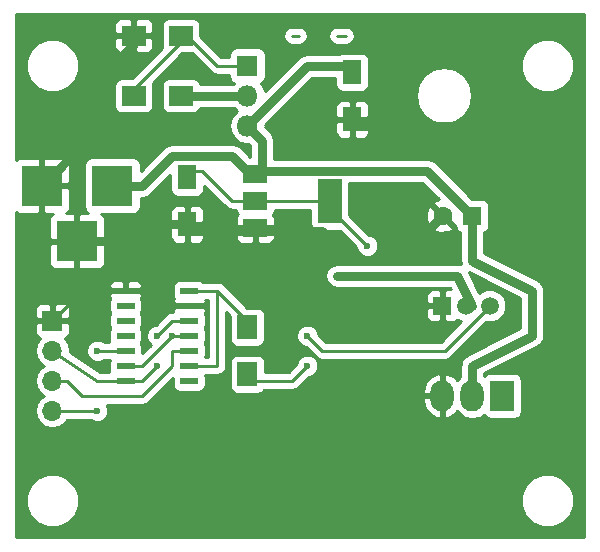
<source format=gbr>
G04 #@! TF.FileFunction,Copper,L2,Bot,Signal*
%FSLAX46Y46*%
G04 Gerber Fmt 4.6, Leading zero omitted, Abs format (unit mm)*
G04 Created by KiCad (PCBNEW 4.0.7) date Tuesday, February 20, 2018 'PMt' 07:47:19 PM*
%MOMM*%
%LPD*%
G01*
G04 APERTURE LIST*
%ADD10C,0.100000*%
%ADD11R,1.600000X2.000000*%
%ADD12R,1.600000X1.600000*%
%ADD13C,1.600000*%
%ADD14R,3.500000X3.500000*%
%ADD15R,1.700000X1.700000*%
%ADD16O,1.700000X1.700000*%
%ADD17R,2.000000X1.700000*%
%ADD18R,1.700000X2.000000*%
%ADD19R,1.800000X1.800000*%
%ADD20O,1.800000X1.800000*%
%ADD21R,1.500000X0.600000*%
%ADD22R,1.500000X1.500000*%
%ADD23C,1.500000*%
%ADD24R,2.000000X2.600000*%
%ADD25O,2.000000X2.600000*%
%ADD26R,2.000000X3.800000*%
%ADD27R,2.000000X1.500000*%
%ADD28C,0.600000*%
%ADD29C,0.250000*%
%ADD30C,0.750000*%
%ADD31C,0.254000*%
G04 APERTURE END LIST*
D10*
D11*
X80010000Y-19590000D03*
X80010000Y-23590000D03*
D12*
X90170000Y-31750000D03*
D13*
X87670000Y-31750000D03*
D11*
X66040000Y-28480000D03*
X66040000Y-32480000D03*
D14*
X59690000Y-29210000D03*
X53690000Y-29210000D03*
X56690000Y-33910000D03*
D15*
X54610000Y-40640000D03*
D16*
X54610000Y-43180000D03*
X54610000Y-45720000D03*
X54610000Y-48260000D03*
D17*
X65500000Y-21590000D03*
X61500000Y-21590000D03*
X65500000Y-16510000D03*
X61500000Y-16510000D03*
D18*
X71120000Y-45180000D03*
X71120000Y-41180000D03*
D19*
X71120000Y-19050000D03*
D20*
X71120000Y-21590000D03*
X71120000Y-24130000D03*
D21*
X60800000Y-45720000D03*
X60800000Y-44450000D03*
X60800000Y-43180000D03*
X60800000Y-41910000D03*
X60800000Y-40640000D03*
X60800000Y-39370000D03*
X60800000Y-38100000D03*
X66200000Y-38100000D03*
X66200000Y-39370000D03*
X66200000Y-40640000D03*
X66200000Y-41910000D03*
X66200000Y-43180000D03*
X66200000Y-44450000D03*
X66200000Y-45720000D03*
D22*
X87630000Y-39370000D03*
D23*
X89630000Y-39370000D03*
X91630000Y-39370000D03*
D24*
X92710000Y-46990000D03*
D25*
X90170000Y-46990000D03*
X87630000Y-46990000D03*
D26*
X78080000Y-30480000D03*
D27*
X71780000Y-30480000D03*
X71780000Y-28180000D03*
X71780000Y-32780000D03*
D28*
X92710000Y-25400000D03*
X76200000Y-44450000D03*
X81280000Y-34290000D03*
X78740000Y-36830000D03*
X58420000Y-43180000D03*
X58420000Y-48260000D03*
X63500000Y-41910000D03*
X63500000Y-44450000D03*
X64770000Y-41910000D03*
X76200000Y-41910000D03*
D29*
X78740000Y-16510000D02*
X79470000Y-16510000D01*
X74930000Y-16510000D02*
X74930000Y-16510000D01*
X74930000Y-16510000D02*
X75470000Y-16510000D01*
D30*
X92710000Y-25400000D02*
X91440000Y-24130000D01*
X91440000Y-24130000D02*
X80010000Y-24130000D01*
X80010000Y-24130000D02*
X80010000Y-23590000D01*
X66040000Y-32480000D02*
X64040000Y-32480000D01*
X62610000Y-33910000D02*
X56690000Y-33910000D01*
X64040000Y-32480000D02*
X62610000Y-33910000D01*
D29*
X60800000Y-38100000D02*
X57150000Y-38100000D01*
X57150000Y-38100000D02*
X54610000Y-40640000D01*
X66200000Y-39370000D02*
X63500000Y-39370000D01*
X63500000Y-38100000D02*
X60800000Y-38100000D01*
X63500000Y-39370000D02*
X63500000Y-38100000D01*
D30*
X61500000Y-16510000D02*
X61500000Y-17240000D01*
X61500000Y-17240000D02*
X58420000Y-20320000D01*
X58420000Y-24480000D02*
X53690000Y-29210000D01*
X58420000Y-20320000D02*
X58420000Y-24480000D01*
D29*
X60800000Y-38100000D02*
X60960000Y-38100000D01*
X57150000Y-34290000D02*
X56690000Y-33910000D01*
X87670000Y-31750000D02*
X87630000Y-31750000D01*
D30*
X87630000Y-31750000D02*
X83820000Y-35560000D01*
X77470000Y-33020000D02*
X72390000Y-33020000D01*
X80010000Y-35560000D02*
X77470000Y-33020000D01*
X83820000Y-35560000D02*
X80010000Y-35560000D01*
D29*
X72390000Y-33020000D02*
X71780000Y-32780000D01*
X61500000Y-16510000D02*
X60960000Y-16510000D01*
X71780000Y-32780000D02*
X72390000Y-33020000D01*
D30*
X72390000Y-33020000D02*
X66040000Y-33020000D01*
D29*
X66040000Y-33020000D02*
X66040000Y-32480000D01*
X66040000Y-32480000D02*
X66040000Y-35560000D01*
X66040000Y-35560000D02*
X64770000Y-36830000D01*
X64770000Y-36830000D02*
X64770000Y-39370000D01*
X64770000Y-39370000D02*
X66200000Y-39370000D01*
X76200000Y-44450000D02*
X74930000Y-45720000D01*
X74930000Y-45720000D02*
X71120000Y-45720000D01*
X71120000Y-45720000D02*
X71120000Y-45180000D01*
X81280000Y-34290000D02*
X77470000Y-30480000D01*
X77470000Y-30480000D02*
X78080000Y-30480000D01*
X71780000Y-30480000D02*
X69850000Y-30480000D01*
X69850000Y-30480000D02*
X67310000Y-27940000D01*
X67310000Y-27940000D02*
X66040000Y-27940000D01*
X66040000Y-27940000D02*
X66040000Y-28480000D01*
X78080000Y-30480000D02*
X71780000Y-30480000D01*
D30*
X78740000Y-36830000D02*
X88900000Y-36830000D01*
X88900000Y-36830000D02*
X90170000Y-39370000D01*
D29*
X90170000Y-39370000D02*
X89630000Y-39370000D01*
D30*
X71120000Y-21590000D02*
X65500000Y-21590000D01*
D29*
X54610000Y-48260000D02*
X58420000Y-48260000D01*
X58420000Y-43180000D02*
X60800000Y-43180000D01*
X66200000Y-43180000D02*
X64770000Y-43180000D01*
X55880000Y-45720000D02*
X54610000Y-45720000D01*
X57150000Y-46990000D02*
X55880000Y-45720000D01*
X62230000Y-46990000D02*
X57150000Y-46990000D01*
X64770000Y-44450000D02*
X62230000Y-46990000D01*
X64770000Y-43180000D02*
X64770000Y-44450000D01*
X60800000Y-45720000D02*
X62230000Y-45720000D01*
X64770000Y-40640000D02*
X66200000Y-40640000D01*
X63500000Y-41910000D02*
X64770000Y-40640000D01*
X62230000Y-45720000D02*
X63500000Y-44450000D01*
X60800000Y-45720000D02*
X60960000Y-45720000D01*
X54610000Y-43180000D02*
X58420000Y-45720000D01*
X58420000Y-45720000D02*
X60800000Y-45720000D01*
X66200000Y-41910000D02*
X64770000Y-41910000D01*
X87820000Y-43180000D02*
X91630000Y-39370000D01*
X77470000Y-43180000D02*
X87820000Y-43180000D01*
X76200000Y-41910000D02*
X77470000Y-43180000D01*
X64770000Y-41910000D02*
X62230000Y-44450000D01*
X62230000Y-44450000D02*
X60800000Y-44450000D01*
X61500000Y-21590000D02*
X60960000Y-21590000D01*
X60960000Y-21590000D02*
X66040000Y-16510000D01*
X66040000Y-16510000D02*
X65500000Y-16510000D01*
X65500000Y-16510000D02*
X66040000Y-16510000D01*
X66040000Y-16510000D02*
X68580000Y-19050000D01*
X68580000Y-19050000D02*
X71120000Y-19050000D01*
X66200000Y-38100000D02*
X66040000Y-38100000D01*
X68580000Y-38100000D02*
X71120000Y-40640000D01*
X71120000Y-40640000D02*
X71120000Y-41180000D01*
X66200000Y-44450000D02*
X68580000Y-44450000D01*
X68580000Y-44450000D02*
X68580000Y-38100000D01*
X68580000Y-38100000D02*
X66200000Y-38100000D01*
D30*
X71120000Y-24130000D02*
X76200000Y-19050000D01*
X76200000Y-19050000D02*
X80010000Y-19050000D01*
X80010000Y-19050000D02*
X80010000Y-19590000D01*
X90170000Y-31750000D02*
X86360000Y-27940000D01*
X86360000Y-27940000D02*
X72390000Y-27940000D01*
D29*
X72390000Y-27940000D02*
X71780000Y-28180000D01*
X71780000Y-28180000D02*
X72390000Y-27940000D01*
X72390000Y-27940000D02*
X71120000Y-27940000D01*
D30*
X71120000Y-27940000D02*
X69850000Y-26670000D01*
X62230000Y-29210000D02*
X59690000Y-29210000D01*
X64770000Y-26670000D02*
X62230000Y-29210000D01*
X69850000Y-26670000D02*
X64770000Y-26670000D01*
X90170000Y-31750000D02*
X90170000Y-35560000D01*
X90170000Y-44450000D02*
X90170000Y-46990000D01*
X95250000Y-41910000D02*
X90170000Y-44450000D01*
X95250000Y-38100000D02*
X95250000Y-41910000D01*
X90170000Y-35560000D02*
X95250000Y-38100000D01*
D29*
X71780000Y-28180000D02*
X72390000Y-27940000D01*
D30*
X72390000Y-27940000D02*
X72390000Y-25400000D01*
X72390000Y-25400000D02*
X71120000Y-24130000D01*
D31*
G36*
X99620000Y-58980000D02*
X51510000Y-58980000D01*
X51510000Y-56322619D01*
X52374613Y-56322619D01*
X52714155Y-57144372D01*
X53342321Y-57773636D01*
X54163481Y-58114611D01*
X55052619Y-58115387D01*
X55874372Y-57775845D01*
X56503636Y-57147679D01*
X56844611Y-56326519D01*
X56844614Y-56322619D01*
X94284613Y-56322619D01*
X94624155Y-57144372D01*
X95252321Y-57773636D01*
X96073481Y-58114611D01*
X96962619Y-58115387D01*
X97784372Y-57775845D01*
X98413636Y-57147679D01*
X98754611Y-56326519D01*
X98755387Y-55437381D01*
X98415845Y-54615628D01*
X97787679Y-53986364D01*
X96966519Y-53645389D01*
X96077381Y-53644613D01*
X95255628Y-53984155D01*
X94626364Y-54612321D01*
X94285389Y-55433481D01*
X94284613Y-56322619D01*
X56844614Y-56322619D01*
X56845387Y-55437381D01*
X56505845Y-54615628D01*
X55877679Y-53986364D01*
X55056519Y-53645389D01*
X54167381Y-53644613D01*
X53345628Y-53984155D01*
X52716364Y-54612321D01*
X52375389Y-55433481D01*
X52374613Y-56322619D01*
X51510000Y-56322619D01*
X51510000Y-43180000D01*
X53095907Y-43180000D01*
X53208946Y-43748285D01*
X53530853Y-44230054D01*
X53860026Y-44450000D01*
X53530853Y-44669946D01*
X53208946Y-45151715D01*
X53095907Y-45720000D01*
X53208946Y-46288285D01*
X53530853Y-46770054D01*
X53860026Y-46990000D01*
X53530853Y-47209946D01*
X53208946Y-47691715D01*
X53095907Y-48260000D01*
X53208946Y-48828285D01*
X53530853Y-49310054D01*
X54012622Y-49631961D01*
X54580907Y-49745000D01*
X54639093Y-49745000D01*
X55207378Y-49631961D01*
X55689147Y-49310054D01*
X55882954Y-49020000D01*
X57857537Y-49020000D01*
X57889673Y-49052192D01*
X58233201Y-49194838D01*
X58605167Y-49195162D01*
X58948943Y-49053117D01*
X59212192Y-48790327D01*
X59354838Y-48446799D01*
X59355162Y-48074833D01*
X59220944Y-47750000D01*
X62230000Y-47750000D01*
X62520839Y-47692148D01*
X62767401Y-47527401D01*
X63177802Y-47117000D01*
X85995000Y-47117000D01*
X85995000Y-47417000D01*
X86168058Y-48033020D01*
X86563683Y-48535922D01*
X87121645Y-48849144D01*
X87249566Y-48880124D01*
X87503000Y-48760777D01*
X87503000Y-47117000D01*
X85995000Y-47117000D01*
X63177802Y-47117000D01*
X64802560Y-45492242D01*
X64802560Y-46020000D01*
X64846838Y-46255317D01*
X64985910Y-46471441D01*
X65198110Y-46616431D01*
X65450000Y-46667440D01*
X66950000Y-46667440D01*
X67185317Y-46623162D01*
X67401441Y-46484090D01*
X67546431Y-46271890D01*
X67597440Y-46020000D01*
X67597440Y-45420000D01*
X67557926Y-45210000D01*
X68580000Y-45210000D01*
X68870839Y-45152148D01*
X69117401Y-44987401D01*
X69282148Y-44740839D01*
X69340000Y-44450000D01*
X69340000Y-44180000D01*
X69622560Y-44180000D01*
X69622560Y-46180000D01*
X69666838Y-46415317D01*
X69805910Y-46631441D01*
X70018110Y-46776431D01*
X70270000Y-46827440D01*
X71970000Y-46827440D01*
X72205317Y-46783162D01*
X72421441Y-46644090D01*
X72476847Y-46563000D01*
X85995000Y-46563000D01*
X85995000Y-46863000D01*
X87503000Y-46863000D01*
X87503000Y-45219223D01*
X87249566Y-45099876D01*
X87121645Y-45130856D01*
X86563683Y-45444078D01*
X86168058Y-45946980D01*
X85995000Y-46563000D01*
X72476847Y-46563000D01*
X72533559Y-46480000D01*
X74930000Y-46480000D01*
X75220839Y-46422148D01*
X75467401Y-46257401D01*
X76339680Y-45385122D01*
X76385167Y-45385162D01*
X76728943Y-45243117D01*
X76992192Y-44980327D01*
X77134838Y-44636799D01*
X77135162Y-44264833D01*
X76993117Y-43921057D01*
X76730327Y-43657808D01*
X76386799Y-43515162D01*
X76014833Y-43514838D01*
X75671057Y-43656883D01*
X75407808Y-43919673D01*
X75265162Y-44263201D01*
X75265121Y-44310077D01*
X74615198Y-44960000D01*
X72617440Y-44960000D01*
X72617440Y-44180000D01*
X72573162Y-43944683D01*
X72434090Y-43728559D01*
X72221890Y-43583569D01*
X71970000Y-43532560D01*
X70270000Y-43532560D01*
X70034683Y-43576838D01*
X69818559Y-43715910D01*
X69673569Y-43928110D01*
X69622560Y-44180000D01*
X69340000Y-44180000D01*
X69340000Y-39934802D01*
X69622560Y-40217362D01*
X69622560Y-42180000D01*
X69666838Y-42415317D01*
X69805910Y-42631441D01*
X70018110Y-42776431D01*
X70270000Y-42827440D01*
X71970000Y-42827440D01*
X72205317Y-42783162D01*
X72421441Y-42644090D01*
X72566431Y-42431890D01*
X72617440Y-42180000D01*
X72617440Y-40180000D01*
X72573162Y-39944683D01*
X72434090Y-39728559D01*
X72327531Y-39655750D01*
X86245000Y-39655750D01*
X86245000Y-40246310D01*
X86341673Y-40479699D01*
X86520302Y-40658327D01*
X86753691Y-40755000D01*
X87344250Y-40755000D01*
X87503000Y-40596250D01*
X87503000Y-39497000D01*
X86403750Y-39497000D01*
X86245000Y-39655750D01*
X72327531Y-39655750D01*
X72221890Y-39583569D01*
X71970000Y-39532560D01*
X71087362Y-39532560D01*
X70048492Y-38493690D01*
X86245000Y-38493690D01*
X86245000Y-39084250D01*
X86403750Y-39243000D01*
X87503000Y-39243000D01*
X87503000Y-38143750D01*
X87344250Y-37985000D01*
X86753691Y-37985000D01*
X86520302Y-38081673D01*
X86341673Y-38260301D01*
X86245000Y-38493690D01*
X70048492Y-38493690D01*
X69117401Y-37562599D01*
X68870839Y-37397852D01*
X68580000Y-37340000D01*
X67401563Y-37340000D01*
X67201890Y-37203569D01*
X66950000Y-37152560D01*
X65450000Y-37152560D01*
X65214683Y-37196838D01*
X64998559Y-37335910D01*
X64853569Y-37548110D01*
X64802560Y-37800000D01*
X64802560Y-38400000D01*
X64846838Y-38635317D01*
X64905178Y-38725980D01*
X64815000Y-38943690D01*
X64815000Y-39084250D01*
X64973750Y-39243000D01*
X66073000Y-39243000D01*
X66073000Y-39223000D01*
X66327000Y-39223000D01*
X66327000Y-39243000D01*
X67426250Y-39243000D01*
X67585000Y-39084250D01*
X67585000Y-38943690D01*
X67550334Y-38860000D01*
X67820000Y-38860000D01*
X67820000Y-43690000D01*
X67554914Y-43690000D01*
X67597440Y-43480000D01*
X67597440Y-42880000D01*
X67553162Y-42644683D01*
X67489322Y-42545472D01*
X67546431Y-42461890D01*
X67597440Y-42210000D01*
X67597440Y-41610000D01*
X67553162Y-41374683D01*
X67489322Y-41275472D01*
X67546431Y-41191890D01*
X67597440Y-40940000D01*
X67597440Y-40340000D01*
X67553162Y-40104683D01*
X67494822Y-40014020D01*
X67585000Y-39796310D01*
X67585000Y-39655750D01*
X67426250Y-39497000D01*
X66327000Y-39497000D01*
X66327000Y-39517000D01*
X66073000Y-39517000D01*
X66073000Y-39497000D01*
X64973750Y-39497000D01*
X64815000Y-39655750D01*
X64815000Y-39796310D01*
X64849666Y-39880000D01*
X64770000Y-39880000D01*
X64479160Y-39937852D01*
X64232599Y-40102599D01*
X63360320Y-40974878D01*
X63314833Y-40974838D01*
X62971057Y-41116883D01*
X62707808Y-41379673D01*
X62565162Y-41723201D01*
X62564838Y-42095167D01*
X62706883Y-42438943D01*
X62936369Y-42668829D01*
X62197440Y-43407758D01*
X62197440Y-42880000D01*
X62153162Y-42644683D01*
X62089322Y-42545472D01*
X62146431Y-42461890D01*
X62197440Y-42210000D01*
X62197440Y-41610000D01*
X62153162Y-41374683D01*
X62089322Y-41275472D01*
X62146431Y-41191890D01*
X62197440Y-40940000D01*
X62197440Y-40340000D01*
X62153162Y-40104683D01*
X62089322Y-40005472D01*
X62146431Y-39921890D01*
X62197440Y-39670000D01*
X62197440Y-39070000D01*
X62153162Y-38834683D01*
X62094822Y-38744020D01*
X62185000Y-38526310D01*
X62185000Y-38385750D01*
X62026250Y-38227000D01*
X60927000Y-38227000D01*
X60927000Y-38247000D01*
X60673000Y-38247000D01*
X60673000Y-38227000D01*
X59573750Y-38227000D01*
X59415000Y-38385750D01*
X59415000Y-38526310D01*
X59504806Y-38743122D01*
X59453569Y-38818110D01*
X59402560Y-39070000D01*
X59402560Y-39670000D01*
X59446838Y-39905317D01*
X59510678Y-40004528D01*
X59453569Y-40088110D01*
X59402560Y-40340000D01*
X59402560Y-40940000D01*
X59446838Y-41175317D01*
X59510678Y-41274528D01*
X59453569Y-41358110D01*
X59402560Y-41610000D01*
X59402560Y-42210000D01*
X59442074Y-42420000D01*
X58982463Y-42420000D01*
X58950327Y-42387808D01*
X58606799Y-42245162D01*
X58234833Y-42244838D01*
X57891057Y-42386883D01*
X57627808Y-42649673D01*
X57485162Y-42993201D01*
X57484838Y-43365167D01*
X57626883Y-43708943D01*
X57889673Y-43972192D01*
X58233201Y-44114838D01*
X58605167Y-44115162D01*
X58948943Y-43973117D01*
X58982118Y-43940000D01*
X59445086Y-43940000D01*
X59402560Y-44150000D01*
X59402560Y-44750000D01*
X59442074Y-44960000D01*
X58650109Y-44960000D01*
X56107235Y-43264751D01*
X56124093Y-43180000D01*
X56011054Y-42611715D01*
X55689147Y-42129946D01*
X55645223Y-42100597D01*
X55819698Y-42028327D01*
X55998327Y-41849699D01*
X56095000Y-41616310D01*
X56095000Y-40925750D01*
X55936250Y-40767000D01*
X54737000Y-40767000D01*
X54737000Y-40787000D01*
X54483000Y-40787000D01*
X54483000Y-40767000D01*
X53283750Y-40767000D01*
X53125000Y-40925750D01*
X53125000Y-41616310D01*
X53221673Y-41849699D01*
X53400302Y-42028327D01*
X53574777Y-42100597D01*
X53530853Y-42129946D01*
X53208946Y-42611715D01*
X53095907Y-43180000D01*
X51510000Y-43180000D01*
X51510000Y-39663690D01*
X53125000Y-39663690D01*
X53125000Y-40354250D01*
X53283750Y-40513000D01*
X54483000Y-40513000D01*
X54483000Y-39313750D01*
X54737000Y-39313750D01*
X54737000Y-40513000D01*
X55936250Y-40513000D01*
X56095000Y-40354250D01*
X56095000Y-39663690D01*
X55998327Y-39430301D01*
X55819698Y-39251673D01*
X55586309Y-39155000D01*
X54895750Y-39155000D01*
X54737000Y-39313750D01*
X54483000Y-39313750D01*
X54324250Y-39155000D01*
X53633691Y-39155000D01*
X53400302Y-39251673D01*
X53221673Y-39430301D01*
X53125000Y-39663690D01*
X51510000Y-39663690D01*
X51510000Y-37673690D01*
X59415000Y-37673690D01*
X59415000Y-37814250D01*
X59573750Y-37973000D01*
X60673000Y-37973000D01*
X60673000Y-37323750D01*
X60927000Y-37323750D01*
X60927000Y-37973000D01*
X62026250Y-37973000D01*
X62185000Y-37814250D01*
X62185000Y-37673690D01*
X62088327Y-37440301D01*
X61909698Y-37261673D01*
X61676309Y-37165000D01*
X61085750Y-37165000D01*
X60927000Y-37323750D01*
X60673000Y-37323750D01*
X60514250Y-37165000D01*
X59923691Y-37165000D01*
X59690302Y-37261673D01*
X59511673Y-37440301D01*
X59415000Y-37673690D01*
X51510000Y-37673690D01*
X51510000Y-34195750D01*
X54305000Y-34195750D01*
X54305000Y-35786310D01*
X54401673Y-36019699D01*
X54580302Y-36198327D01*
X54813691Y-36295000D01*
X56404250Y-36295000D01*
X56563000Y-36136250D01*
X56563000Y-34037000D01*
X56817000Y-34037000D01*
X56817000Y-36136250D01*
X56975750Y-36295000D01*
X58566309Y-36295000D01*
X58799698Y-36198327D01*
X58978327Y-36019699D01*
X59075000Y-35786310D01*
X59075000Y-34195750D01*
X58916250Y-34037000D01*
X56817000Y-34037000D01*
X56563000Y-34037000D01*
X54463750Y-34037000D01*
X54305000Y-34195750D01*
X51510000Y-34195750D01*
X51510000Y-31428025D01*
X51580302Y-31498327D01*
X51813691Y-31595000D01*
X53404250Y-31595000D01*
X53563000Y-31436250D01*
X53563000Y-29337000D01*
X53817000Y-29337000D01*
X53817000Y-31436250D01*
X53975750Y-31595000D01*
X54644696Y-31595000D01*
X54580302Y-31621673D01*
X54401673Y-31800301D01*
X54305000Y-32033690D01*
X54305000Y-33624250D01*
X54463750Y-33783000D01*
X56563000Y-33783000D01*
X56563000Y-31683750D01*
X56817000Y-31683750D01*
X56817000Y-33783000D01*
X58916250Y-33783000D01*
X59075000Y-33624250D01*
X59075000Y-32765750D01*
X64605000Y-32765750D01*
X64605000Y-33606309D01*
X64701673Y-33839698D01*
X64880301Y-34018327D01*
X65113690Y-34115000D01*
X65754250Y-34115000D01*
X65913000Y-33956250D01*
X65913000Y-32607000D01*
X66167000Y-32607000D01*
X66167000Y-33956250D01*
X66325750Y-34115000D01*
X66966310Y-34115000D01*
X67199699Y-34018327D01*
X67378327Y-33839698D01*
X67475000Y-33606309D01*
X67475000Y-33065750D01*
X70145000Y-33065750D01*
X70145000Y-33656310D01*
X70241673Y-33889699D01*
X70420302Y-34068327D01*
X70653691Y-34165000D01*
X71494250Y-34165000D01*
X71653000Y-34006250D01*
X71653000Y-32907000D01*
X71907000Y-32907000D01*
X71907000Y-34006250D01*
X72065750Y-34165000D01*
X72906309Y-34165000D01*
X73139698Y-34068327D01*
X73318327Y-33889699D01*
X73415000Y-33656310D01*
X73415000Y-33065750D01*
X73256250Y-32907000D01*
X71907000Y-32907000D01*
X71653000Y-32907000D01*
X70303750Y-32907000D01*
X70145000Y-33065750D01*
X67475000Y-33065750D01*
X67475000Y-32765750D01*
X67316250Y-32607000D01*
X66167000Y-32607000D01*
X65913000Y-32607000D01*
X64763750Y-32607000D01*
X64605000Y-32765750D01*
X59075000Y-32765750D01*
X59075000Y-32033690D01*
X58978327Y-31800301D01*
X58799698Y-31621673D01*
X58765337Y-31607440D01*
X61440000Y-31607440D01*
X61675317Y-31563162D01*
X61891441Y-31424090D01*
X61939542Y-31353691D01*
X64605000Y-31353691D01*
X64605000Y-32194250D01*
X64763750Y-32353000D01*
X65913000Y-32353000D01*
X65913000Y-31003750D01*
X66167000Y-31003750D01*
X66167000Y-32353000D01*
X67316250Y-32353000D01*
X67475000Y-32194250D01*
X67475000Y-31353691D01*
X67378327Y-31120302D01*
X67199699Y-30941673D01*
X66966310Y-30845000D01*
X66325750Y-30845000D01*
X66167000Y-31003750D01*
X65913000Y-31003750D01*
X65754250Y-30845000D01*
X65113690Y-30845000D01*
X64880301Y-30941673D01*
X64701673Y-31120302D01*
X64605000Y-31353691D01*
X61939542Y-31353691D01*
X62036431Y-31211890D01*
X62087440Y-30960000D01*
X62087440Y-30220000D01*
X62230000Y-30220000D01*
X62616510Y-30143118D01*
X62944178Y-29924178D01*
X64592560Y-28275796D01*
X64592560Y-29480000D01*
X64636838Y-29715317D01*
X64775910Y-29931441D01*
X64988110Y-30076431D01*
X65240000Y-30127440D01*
X66840000Y-30127440D01*
X67075317Y-30083162D01*
X67291441Y-29944090D01*
X67436431Y-29731890D01*
X67487440Y-29480000D01*
X67487440Y-29192242D01*
X69312599Y-31017401D01*
X69559160Y-31182148D01*
X69607414Y-31191746D01*
X69850000Y-31240000D01*
X70134442Y-31240000D01*
X70176838Y-31465317D01*
X70282482Y-31629492D01*
X70241673Y-31670301D01*
X70145000Y-31903690D01*
X70145000Y-32494250D01*
X70303750Y-32653000D01*
X71653000Y-32653000D01*
X71653000Y-32633000D01*
X71907000Y-32633000D01*
X71907000Y-32653000D01*
X73256250Y-32653000D01*
X73415000Y-32494250D01*
X73415000Y-31903690D01*
X73318327Y-31670301D01*
X73276366Y-31628340D01*
X73376431Y-31481890D01*
X73425415Y-31240000D01*
X76432560Y-31240000D01*
X76432560Y-32380000D01*
X76476838Y-32615317D01*
X76615910Y-32831441D01*
X76828110Y-32976431D01*
X77080000Y-33027440D01*
X78942638Y-33027440D01*
X80344878Y-34429680D01*
X80344838Y-34475167D01*
X80486883Y-34818943D01*
X80749673Y-35082192D01*
X81093201Y-35224838D01*
X81465167Y-35225162D01*
X81808943Y-35083117D01*
X82072192Y-34820327D01*
X82214838Y-34476799D01*
X82215162Y-34104833D01*
X82073117Y-33761057D01*
X81810327Y-33497808D01*
X81466799Y-33355162D01*
X81419923Y-33355121D01*
X80822547Y-32757745D01*
X86841861Y-32757745D01*
X86915995Y-33003864D01*
X87453223Y-33196965D01*
X88023454Y-33169778D01*
X88424005Y-33003864D01*
X88498139Y-32757745D01*
X87670000Y-31929605D01*
X86841861Y-32757745D01*
X80822547Y-32757745D01*
X79727440Y-31662638D01*
X79727440Y-31533223D01*
X86223035Y-31533223D01*
X86250222Y-32103454D01*
X86416136Y-32504005D01*
X86662255Y-32578139D01*
X87490395Y-31750000D01*
X86662255Y-30921861D01*
X86416136Y-30995995D01*
X86223035Y-31533223D01*
X79727440Y-31533223D01*
X79727440Y-28950000D01*
X85941644Y-28950000D01*
X87321624Y-30329980D01*
X87316546Y-30330222D01*
X86915995Y-30496136D01*
X86841861Y-30742255D01*
X87670000Y-31570395D01*
X87684142Y-31556252D01*
X87863748Y-31735858D01*
X87849605Y-31750000D01*
X88677745Y-32578139D01*
X88725167Y-32563855D01*
X88766838Y-32785317D01*
X88905910Y-33001441D01*
X89118110Y-33146431D01*
X89160000Y-33154914D01*
X89160000Y-35560000D01*
X89191582Y-35718775D01*
X89210739Y-35870739D01*
X89058775Y-35851582D01*
X88900000Y-35820000D01*
X78740000Y-35820000D01*
X78353490Y-35896882D01*
X78025822Y-36115822D01*
X77806882Y-36443490D01*
X77730000Y-36830000D01*
X77806882Y-37216510D01*
X78025822Y-37544178D01*
X78353490Y-37763118D01*
X78740000Y-37840000D01*
X88275786Y-37840000D01*
X88348286Y-37985000D01*
X87915750Y-37985000D01*
X87757000Y-38143750D01*
X87757000Y-39243000D01*
X87777000Y-39243000D01*
X87777000Y-39497000D01*
X87757000Y-39497000D01*
X87757000Y-40596250D01*
X87915750Y-40755000D01*
X88506309Y-40755000D01*
X88739698Y-40658327D01*
X88851593Y-40546433D01*
X89224091Y-40701107D01*
X87505198Y-42420000D01*
X77784802Y-42420000D01*
X77135122Y-41770320D01*
X77135162Y-41724833D01*
X76993117Y-41381057D01*
X76730327Y-41117808D01*
X76386799Y-40975162D01*
X76014833Y-40974838D01*
X75671057Y-41116883D01*
X75407808Y-41379673D01*
X75265162Y-41723201D01*
X75264838Y-42095167D01*
X75406883Y-42438943D01*
X75669673Y-42702192D01*
X76013201Y-42844838D01*
X76060077Y-42844879D01*
X76932599Y-43717401D01*
X77179160Y-43882148D01*
X77470000Y-43940000D01*
X87820000Y-43940000D01*
X88110839Y-43882148D01*
X88357401Y-43717401D01*
X91329800Y-40745002D01*
X91353298Y-40754759D01*
X91904285Y-40755240D01*
X92413515Y-40544831D01*
X92803461Y-40155564D01*
X93014759Y-39646702D01*
X93015240Y-39095715D01*
X92804831Y-38586485D01*
X92415564Y-38196539D01*
X91906702Y-37985241D01*
X91355715Y-37984760D01*
X90846485Y-38195169D01*
X90756642Y-38284856D01*
X89888428Y-36548428D01*
X94240000Y-38724214D01*
X94240000Y-41285786D01*
X89718314Y-43546629D01*
X89590427Y-43645882D01*
X89455822Y-43735822D01*
X89435660Y-43765997D01*
X89406992Y-43788246D01*
X89326821Y-43928886D01*
X89236882Y-44063490D01*
X89229802Y-44099082D01*
X89211830Y-44130610D01*
X89191582Y-44291225D01*
X89160000Y-44450000D01*
X89160000Y-45398337D01*
X89013880Y-45495971D01*
X88886781Y-45686188D01*
X88696317Y-45444078D01*
X88138355Y-45130856D01*
X88010434Y-45099876D01*
X87757000Y-45219223D01*
X87757000Y-46863000D01*
X87777000Y-46863000D01*
X87777000Y-47117000D01*
X87757000Y-47117000D01*
X87757000Y-48760777D01*
X88010434Y-48880124D01*
X88138355Y-48849144D01*
X88696317Y-48535922D01*
X88886781Y-48293812D01*
X89013880Y-48484029D01*
X89544313Y-48838452D01*
X90170000Y-48962909D01*
X90795687Y-48838452D01*
X91154192Y-48598907D01*
X91245910Y-48741441D01*
X91458110Y-48886431D01*
X91710000Y-48937440D01*
X93710000Y-48937440D01*
X93945317Y-48893162D01*
X94161441Y-48754090D01*
X94306431Y-48541890D01*
X94357440Y-48290000D01*
X94357440Y-45690000D01*
X94313162Y-45454683D01*
X94174090Y-45238559D01*
X93961890Y-45093569D01*
X93710000Y-45042560D01*
X91710000Y-45042560D01*
X91474683Y-45086838D01*
X91258559Y-45225910D01*
X91180000Y-45340885D01*
X91180000Y-45074214D01*
X95701686Y-42813371D01*
X95829569Y-42714120D01*
X95964178Y-42624178D01*
X95984341Y-42594001D01*
X96013008Y-42571753D01*
X96093179Y-42431114D01*
X96183118Y-42296510D01*
X96190197Y-42260920D01*
X96208171Y-42229390D01*
X96228419Y-42068767D01*
X96260000Y-41910000D01*
X96260000Y-38100000D01*
X96228419Y-37941233D01*
X96208171Y-37780610D01*
X96190197Y-37749080D01*
X96183118Y-37713490D01*
X96093179Y-37578886D01*
X96013008Y-37438247D01*
X95984341Y-37415999D01*
X95964178Y-37385822D01*
X95829569Y-37295880D01*
X95701686Y-37196629D01*
X91180000Y-34935786D01*
X91180000Y-33157926D01*
X91205317Y-33153162D01*
X91421441Y-33014090D01*
X91566431Y-32801890D01*
X91617440Y-32550000D01*
X91617440Y-30950000D01*
X91573162Y-30714683D01*
X91434090Y-30498559D01*
X91221890Y-30353569D01*
X90970000Y-30302560D01*
X90150916Y-30302560D01*
X87074178Y-27225822D01*
X86746510Y-27006882D01*
X86360000Y-26930000D01*
X73400000Y-26930000D01*
X73400000Y-25400000D01*
X73323118Y-25013490D01*
X73104178Y-24685822D01*
X72642296Y-24223940D01*
X72655000Y-24160072D01*
X72655000Y-24099928D01*
X72642296Y-24036060D01*
X72802606Y-23875750D01*
X78575000Y-23875750D01*
X78575000Y-24716309D01*
X78671673Y-24949698D01*
X78850301Y-25128327D01*
X79083690Y-25225000D01*
X79724250Y-25225000D01*
X79883000Y-25066250D01*
X79883000Y-23717000D01*
X80137000Y-23717000D01*
X80137000Y-25066250D01*
X80295750Y-25225000D01*
X80936310Y-25225000D01*
X81169699Y-25128327D01*
X81348327Y-24949698D01*
X81445000Y-24716309D01*
X81445000Y-23875750D01*
X81286250Y-23717000D01*
X80137000Y-23717000D01*
X79883000Y-23717000D01*
X78733750Y-23717000D01*
X78575000Y-23875750D01*
X72802606Y-23875750D01*
X74214665Y-22463691D01*
X78575000Y-22463691D01*
X78575000Y-23304250D01*
X78733750Y-23463000D01*
X79883000Y-23463000D01*
X79883000Y-22113750D01*
X80137000Y-22113750D01*
X80137000Y-23463000D01*
X81286250Y-23463000D01*
X81445000Y-23304250D01*
X81445000Y-22463691D01*
X81348327Y-22230302D01*
X81169699Y-22051673D01*
X80936310Y-21955000D01*
X80295750Y-21955000D01*
X80137000Y-22113750D01*
X79883000Y-22113750D01*
X79724250Y-21955000D01*
X79083690Y-21955000D01*
X78850301Y-22051673D01*
X78671673Y-22230302D01*
X78575000Y-22463691D01*
X74214665Y-22463691D01*
X75135081Y-21543275D01*
X85395000Y-21543275D01*
X85395000Y-21636725D01*
X85576547Y-22549425D01*
X86093550Y-23323175D01*
X86867300Y-23840178D01*
X87780000Y-24021725D01*
X88692700Y-23840178D01*
X89466450Y-23323175D01*
X89983453Y-22549425D01*
X90165000Y-21636725D01*
X90165000Y-21543275D01*
X89983453Y-20630575D01*
X89466450Y-19856825D01*
X88921377Y-19492619D01*
X94284613Y-19492619D01*
X94624155Y-20314372D01*
X95252321Y-20943636D01*
X96073481Y-21284611D01*
X96962619Y-21285387D01*
X97784372Y-20945845D01*
X98413636Y-20317679D01*
X98754611Y-19496519D01*
X98755387Y-18607381D01*
X98415845Y-17785628D01*
X97787679Y-17156364D01*
X96966519Y-16815389D01*
X96077381Y-16814613D01*
X95255628Y-17154155D01*
X94626364Y-17782321D01*
X94285389Y-18603481D01*
X94284613Y-19492619D01*
X88921377Y-19492619D01*
X88692700Y-19339822D01*
X87780000Y-19158275D01*
X86867300Y-19339822D01*
X86093550Y-19856825D01*
X85576547Y-20630575D01*
X85395000Y-21543275D01*
X75135081Y-21543275D01*
X76618356Y-20060000D01*
X78562560Y-20060000D01*
X78562560Y-20590000D01*
X78606838Y-20825317D01*
X78745910Y-21041441D01*
X78958110Y-21186431D01*
X79210000Y-21237440D01*
X80810000Y-21237440D01*
X81045317Y-21193162D01*
X81261441Y-21054090D01*
X81406431Y-20841890D01*
X81457440Y-20590000D01*
X81457440Y-18590000D01*
X81413162Y-18354683D01*
X81274090Y-18138559D01*
X81061890Y-17993569D01*
X80810000Y-17942560D01*
X79210000Y-17942560D01*
X78974683Y-17986838D01*
X78892067Y-18040000D01*
X76200000Y-18040000D01*
X75813490Y-18116882D01*
X75485822Y-18335822D01*
X72589750Y-21231894D01*
X72538155Y-20972509D01*
X72257163Y-20551974D01*
X72471441Y-20414090D01*
X72616431Y-20201890D01*
X72667440Y-19950000D01*
X72667440Y-18150000D01*
X72623162Y-17914683D01*
X72484090Y-17698559D01*
X72271890Y-17553569D01*
X72020000Y-17502560D01*
X70220000Y-17502560D01*
X69984683Y-17546838D01*
X69768559Y-17685910D01*
X69623569Y-17898110D01*
X69572560Y-18150000D01*
X69572560Y-18290000D01*
X68894802Y-18290000D01*
X67147440Y-16542638D01*
X67147440Y-16510000D01*
X74170000Y-16510000D01*
X74227852Y-16800839D01*
X74392599Y-17047401D01*
X74639161Y-17212148D01*
X74930000Y-17270000D01*
X75470000Y-17270000D01*
X75760839Y-17212148D01*
X76007401Y-17047401D01*
X76172148Y-16800839D01*
X76230000Y-16510000D01*
X77980000Y-16510000D01*
X78037852Y-16800839D01*
X78202599Y-17047401D01*
X78449161Y-17212148D01*
X78740000Y-17270000D01*
X79470000Y-17270000D01*
X79760839Y-17212148D01*
X80007401Y-17047401D01*
X80172148Y-16800839D01*
X80230000Y-16510000D01*
X80172148Y-16219161D01*
X80007401Y-15972599D01*
X79760839Y-15807852D01*
X79470000Y-15750000D01*
X78740000Y-15750000D01*
X78449161Y-15807852D01*
X78202599Y-15972599D01*
X78037852Y-16219161D01*
X77980000Y-16510000D01*
X76230000Y-16510000D01*
X76172148Y-16219161D01*
X76007401Y-15972599D01*
X75760839Y-15807852D01*
X75470000Y-15750000D01*
X74930000Y-15750000D01*
X74639161Y-15807852D01*
X74392599Y-15972599D01*
X74227852Y-16219161D01*
X74170000Y-16510000D01*
X67147440Y-16510000D01*
X67147440Y-15660000D01*
X67103162Y-15424683D01*
X66964090Y-15208559D01*
X66751890Y-15063569D01*
X66500000Y-15012560D01*
X64500000Y-15012560D01*
X64264683Y-15056838D01*
X64048559Y-15195910D01*
X63903569Y-15408110D01*
X63852560Y-15660000D01*
X63852560Y-17360000D01*
X63894153Y-17581045D01*
X61382638Y-20092560D01*
X60500000Y-20092560D01*
X60264683Y-20136838D01*
X60048559Y-20275910D01*
X59903569Y-20488110D01*
X59852560Y-20740000D01*
X59852560Y-22440000D01*
X59896838Y-22675317D01*
X60035910Y-22891441D01*
X60248110Y-23036431D01*
X60500000Y-23087440D01*
X62500000Y-23087440D01*
X62735317Y-23043162D01*
X62951441Y-22904090D01*
X63096431Y-22691890D01*
X63147440Y-22440000D01*
X63147440Y-20740000D01*
X63105847Y-20518955D01*
X65617362Y-18007440D01*
X66462638Y-18007440D01*
X68042599Y-19587401D01*
X68289160Y-19752148D01*
X68337414Y-19761746D01*
X68580000Y-19810000D01*
X69572560Y-19810000D01*
X69572560Y-19950000D01*
X69616838Y-20185317D01*
X69755910Y-20401441D01*
X69968110Y-20546431D01*
X69984344Y-20549719D01*
X69964111Y-20580000D01*
X67117334Y-20580000D01*
X67103162Y-20504683D01*
X66964090Y-20288559D01*
X66751890Y-20143569D01*
X66500000Y-20092560D01*
X64500000Y-20092560D01*
X64264683Y-20136838D01*
X64048559Y-20275910D01*
X63903569Y-20488110D01*
X63852560Y-20740000D01*
X63852560Y-22440000D01*
X63896838Y-22675317D01*
X64035910Y-22891441D01*
X64248110Y-23036431D01*
X64500000Y-23087440D01*
X66500000Y-23087440D01*
X66735317Y-23043162D01*
X66951441Y-22904090D01*
X67096431Y-22691890D01*
X67115039Y-22600000D01*
X69964111Y-22600000D01*
X70034591Y-22705481D01*
X70265845Y-22860000D01*
X70034591Y-23014519D01*
X69701845Y-23512509D01*
X69585000Y-24099928D01*
X69585000Y-24160072D01*
X69701845Y-24747491D01*
X70034591Y-25245481D01*
X70532581Y-25578227D01*
X71120000Y-25695072D01*
X71234033Y-25672389D01*
X71380000Y-25818356D01*
X71380000Y-26771644D01*
X70564178Y-25955822D01*
X70236510Y-25736882D01*
X69850000Y-25660000D01*
X64770000Y-25660000D01*
X64383489Y-25736882D01*
X64055822Y-25955822D01*
X62087440Y-27924204D01*
X62087440Y-27460000D01*
X62043162Y-27224683D01*
X61904090Y-27008559D01*
X61691890Y-26863569D01*
X61440000Y-26812560D01*
X57940000Y-26812560D01*
X57704683Y-26856838D01*
X57488559Y-26995910D01*
X57343569Y-27208110D01*
X57292560Y-27460000D01*
X57292560Y-30960000D01*
X57336838Y-31195317D01*
X57475910Y-31411441D01*
X57642109Y-31525000D01*
X56975750Y-31525000D01*
X56817000Y-31683750D01*
X56563000Y-31683750D01*
X56404250Y-31525000D01*
X55735304Y-31525000D01*
X55799698Y-31498327D01*
X55978327Y-31319699D01*
X56075000Y-31086310D01*
X56075000Y-29495750D01*
X55916250Y-29337000D01*
X53817000Y-29337000D01*
X53563000Y-29337000D01*
X53543000Y-29337000D01*
X53543000Y-29083000D01*
X53563000Y-29083000D01*
X53563000Y-26983750D01*
X53817000Y-26983750D01*
X53817000Y-29083000D01*
X55916250Y-29083000D01*
X56075000Y-28924250D01*
X56075000Y-27333690D01*
X55978327Y-27100301D01*
X55799698Y-26921673D01*
X55566309Y-26825000D01*
X53975750Y-26825000D01*
X53817000Y-26983750D01*
X53563000Y-26983750D01*
X53404250Y-26825000D01*
X51813691Y-26825000D01*
X51580302Y-26921673D01*
X51510000Y-26991975D01*
X51510000Y-19492619D01*
X52374613Y-19492619D01*
X52714155Y-20314372D01*
X53342321Y-20943636D01*
X54163481Y-21284611D01*
X55052619Y-21285387D01*
X55874372Y-20945845D01*
X56503636Y-20317679D01*
X56844611Y-19496519D01*
X56845387Y-18607381D01*
X56505845Y-17785628D01*
X55877679Y-17156364D01*
X55056519Y-16815389D01*
X54167381Y-16814613D01*
X53345628Y-17154155D01*
X52716364Y-17782321D01*
X52375389Y-18603481D01*
X52374613Y-19492619D01*
X51510000Y-19492619D01*
X51510000Y-16795750D01*
X59865000Y-16795750D01*
X59865000Y-17486310D01*
X59961673Y-17719699D01*
X60140302Y-17898327D01*
X60373691Y-17995000D01*
X61214250Y-17995000D01*
X61373000Y-17836250D01*
X61373000Y-16637000D01*
X61627000Y-16637000D01*
X61627000Y-17836250D01*
X61785750Y-17995000D01*
X62626309Y-17995000D01*
X62859698Y-17898327D01*
X63038327Y-17719699D01*
X63135000Y-17486310D01*
X63135000Y-16795750D01*
X62976250Y-16637000D01*
X61627000Y-16637000D01*
X61373000Y-16637000D01*
X60023750Y-16637000D01*
X59865000Y-16795750D01*
X51510000Y-16795750D01*
X51510000Y-15533690D01*
X59865000Y-15533690D01*
X59865000Y-16224250D01*
X60023750Y-16383000D01*
X61373000Y-16383000D01*
X61373000Y-15183750D01*
X61627000Y-15183750D01*
X61627000Y-16383000D01*
X62976250Y-16383000D01*
X63135000Y-16224250D01*
X63135000Y-15533690D01*
X63038327Y-15300301D01*
X62859698Y-15121673D01*
X62626309Y-15025000D01*
X61785750Y-15025000D01*
X61627000Y-15183750D01*
X61373000Y-15183750D01*
X61214250Y-15025000D01*
X60373691Y-15025000D01*
X60140302Y-15121673D01*
X59961673Y-15300301D01*
X59865000Y-15533690D01*
X51510000Y-15533690D01*
X51510000Y-14680000D01*
X99620000Y-14680000D01*
X99620000Y-58980000D01*
X99620000Y-58980000D01*
G37*
X99620000Y-58980000D02*
X51510000Y-58980000D01*
X51510000Y-56322619D01*
X52374613Y-56322619D01*
X52714155Y-57144372D01*
X53342321Y-57773636D01*
X54163481Y-58114611D01*
X55052619Y-58115387D01*
X55874372Y-57775845D01*
X56503636Y-57147679D01*
X56844611Y-56326519D01*
X56844614Y-56322619D01*
X94284613Y-56322619D01*
X94624155Y-57144372D01*
X95252321Y-57773636D01*
X96073481Y-58114611D01*
X96962619Y-58115387D01*
X97784372Y-57775845D01*
X98413636Y-57147679D01*
X98754611Y-56326519D01*
X98755387Y-55437381D01*
X98415845Y-54615628D01*
X97787679Y-53986364D01*
X96966519Y-53645389D01*
X96077381Y-53644613D01*
X95255628Y-53984155D01*
X94626364Y-54612321D01*
X94285389Y-55433481D01*
X94284613Y-56322619D01*
X56844614Y-56322619D01*
X56845387Y-55437381D01*
X56505845Y-54615628D01*
X55877679Y-53986364D01*
X55056519Y-53645389D01*
X54167381Y-53644613D01*
X53345628Y-53984155D01*
X52716364Y-54612321D01*
X52375389Y-55433481D01*
X52374613Y-56322619D01*
X51510000Y-56322619D01*
X51510000Y-43180000D01*
X53095907Y-43180000D01*
X53208946Y-43748285D01*
X53530853Y-44230054D01*
X53860026Y-44450000D01*
X53530853Y-44669946D01*
X53208946Y-45151715D01*
X53095907Y-45720000D01*
X53208946Y-46288285D01*
X53530853Y-46770054D01*
X53860026Y-46990000D01*
X53530853Y-47209946D01*
X53208946Y-47691715D01*
X53095907Y-48260000D01*
X53208946Y-48828285D01*
X53530853Y-49310054D01*
X54012622Y-49631961D01*
X54580907Y-49745000D01*
X54639093Y-49745000D01*
X55207378Y-49631961D01*
X55689147Y-49310054D01*
X55882954Y-49020000D01*
X57857537Y-49020000D01*
X57889673Y-49052192D01*
X58233201Y-49194838D01*
X58605167Y-49195162D01*
X58948943Y-49053117D01*
X59212192Y-48790327D01*
X59354838Y-48446799D01*
X59355162Y-48074833D01*
X59220944Y-47750000D01*
X62230000Y-47750000D01*
X62520839Y-47692148D01*
X62767401Y-47527401D01*
X63177802Y-47117000D01*
X85995000Y-47117000D01*
X85995000Y-47417000D01*
X86168058Y-48033020D01*
X86563683Y-48535922D01*
X87121645Y-48849144D01*
X87249566Y-48880124D01*
X87503000Y-48760777D01*
X87503000Y-47117000D01*
X85995000Y-47117000D01*
X63177802Y-47117000D01*
X64802560Y-45492242D01*
X64802560Y-46020000D01*
X64846838Y-46255317D01*
X64985910Y-46471441D01*
X65198110Y-46616431D01*
X65450000Y-46667440D01*
X66950000Y-46667440D01*
X67185317Y-46623162D01*
X67401441Y-46484090D01*
X67546431Y-46271890D01*
X67597440Y-46020000D01*
X67597440Y-45420000D01*
X67557926Y-45210000D01*
X68580000Y-45210000D01*
X68870839Y-45152148D01*
X69117401Y-44987401D01*
X69282148Y-44740839D01*
X69340000Y-44450000D01*
X69340000Y-44180000D01*
X69622560Y-44180000D01*
X69622560Y-46180000D01*
X69666838Y-46415317D01*
X69805910Y-46631441D01*
X70018110Y-46776431D01*
X70270000Y-46827440D01*
X71970000Y-46827440D01*
X72205317Y-46783162D01*
X72421441Y-46644090D01*
X72476847Y-46563000D01*
X85995000Y-46563000D01*
X85995000Y-46863000D01*
X87503000Y-46863000D01*
X87503000Y-45219223D01*
X87249566Y-45099876D01*
X87121645Y-45130856D01*
X86563683Y-45444078D01*
X86168058Y-45946980D01*
X85995000Y-46563000D01*
X72476847Y-46563000D01*
X72533559Y-46480000D01*
X74930000Y-46480000D01*
X75220839Y-46422148D01*
X75467401Y-46257401D01*
X76339680Y-45385122D01*
X76385167Y-45385162D01*
X76728943Y-45243117D01*
X76992192Y-44980327D01*
X77134838Y-44636799D01*
X77135162Y-44264833D01*
X76993117Y-43921057D01*
X76730327Y-43657808D01*
X76386799Y-43515162D01*
X76014833Y-43514838D01*
X75671057Y-43656883D01*
X75407808Y-43919673D01*
X75265162Y-44263201D01*
X75265121Y-44310077D01*
X74615198Y-44960000D01*
X72617440Y-44960000D01*
X72617440Y-44180000D01*
X72573162Y-43944683D01*
X72434090Y-43728559D01*
X72221890Y-43583569D01*
X71970000Y-43532560D01*
X70270000Y-43532560D01*
X70034683Y-43576838D01*
X69818559Y-43715910D01*
X69673569Y-43928110D01*
X69622560Y-44180000D01*
X69340000Y-44180000D01*
X69340000Y-39934802D01*
X69622560Y-40217362D01*
X69622560Y-42180000D01*
X69666838Y-42415317D01*
X69805910Y-42631441D01*
X70018110Y-42776431D01*
X70270000Y-42827440D01*
X71970000Y-42827440D01*
X72205317Y-42783162D01*
X72421441Y-42644090D01*
X72566431Y-42431890D01*
X72617440Y-42180000D01*
X72617440Y-40180000D01*
X72573162Y-39944683D01*
X72434090Y-39728559D01*
X72327531Y-39655750D01*
X86245000Y-39655750D01*
X86245000Y-40246310D01*
X86341673Y-40479699D01*
X86520302Y-40658327D01*
X86753691Y-40755000D01*
X87344250Y-40755000D01*
X87503000Y-40596250D01*
X87503000Y-39497000D01*
X86403750Y-39497000D01*
X86245000Y-39655750D01*
X72327531Y-39655750D01*
X72221890Y-39583569D01*
X71970000Y-39532560D01*
X71087362Y-39532560D01*
X70048492Y-38493690D01*
X86245000Y-38493690D01*
X86245000Y-39084250D01*
X86403750Y-39243000D01*
X87503000Y-39243000D01*
X87503000Y-38143750D01*
X87344250Y-37985000D01*
X86753691Y-37985000D01*
X86520302Y-38081673D01*
X86341673Y-38260301D01*
X86245000Y-38493690D01*
X70048492Y-38493690D01*
X69117401Y-37562599D01*
X68870839Y-37397852D01*
X68580000Y-37340000D01*
X67401563Y-37340000D01*
X67201890Y-37203569D01*
X66950000Y-37152560D01*
X65450000Y-37152560D01*
X65214683Y-37196838D01*
X64998559Y-37335910D01*
X64853569Y-37548110D01*
X64802560Y-37800000D01*
X64802560Y-38400000D01*
X64846838Y-38635317D01*
X64905178Y-38725980D01*
X64815000Y-38943690D01*
X64815000Y-39084250D01*
X64973750Y-39243000D01*
X66073000Y-39243000D01*
X66073000Y-39223000D01*
X66327000Y-39223000D01*
X66327000Y-39243000D01*
X67426250Y-39243000D01*
X67585000Y-39084250D01*
X67585000Y-38943690D01*
X67550334Y-38860000D01*
X67820000Y-38860000D01*
X67820000Y-43690000D01*
X67554914Y-43690000D01*
X67597440Y-43480000D01*
X67597440Y-42880000D01*
X67553162Y-42644683D01*
X67489322Y-42545472D01*
X67546431Y-42461890D01*
X67597440Y-42210000D01*
X67597440Y-41610000D01*
X67553162Y-41374683D01*
X67489322Y-41275472D01*
X67546431Y-41191890D01*
X67597440Y-40940000D01*
X67597440Y-40340000D01*
X67553162Y-40104683D01*
X67494822Y-40014020D01*
X67585000Y-39796310D01*
X67585000Y-39655750D01*
X67426250Y-39497000D01*
X66327000Y-39497000D01*
X66327000Y-39517000D01*
X66073000Y-39517000D01*
X66073000Y-39497000D01*
X64973750Y-39497000D01*
X64815000Y-39655750D01*
X64815000Y-39796310D01*
X64849666Y-39880000D01*
X64770000Y-39880000D01*
X64479160Y-39937852D01*
X64232599Y-40102599D01*
X63360320Y-40974878D01*
X63314833Y-40974838D01*
X62971057Y-41116883D01*
X62707808Y-41379673D01*
X62565162Y-41723201D01*
X62564838Y-42095167D01*
X62706883Y-42438943D01*
X62936369Y-42668829D01*
X62197440Y-43407758D01*
X62197440Y-42880000D01*
X62153162Y-42644683D01*
X62089322Y-42545472D01*
X62146431Y-42461890D01*
X62197440Y-42210000D01*
X62197440Y-41610000D01*
X62153162Y-41374683D01*
X62089322Y-41275472D01*
X62146431Y-41191890D01*
X62197440Y-40940000D01*
X62197440Y-40340000D01*
X62153162Y-40104683D01*
X62089322Y-40005472D01*
X62146431Y-39921890D01*
X62197440Y-39670000D01*
X62197440Y-39070000D01*
X62153162Y-38834683D01*
X62094822Y-38744020D01*
X62185000Y-38526310D01*
X62185000Y-38385750D01*
X62026250Y-38227000D01*
X60927000Y-38227000D01*
X60927000Y-38247000D01*
X60673000Y-38247000D01*
X60673000Y-38227000D01*
X59573750Y-38227000D01*
X59415000Y-38385750D01*
X59415000Y-38526310D01*
X59504806Y-38743122D01*
X59453569Y-38818110D01*
X59402560Y-39070000D01*
X59402560Y-39670000D01*
X59446838Y-39905317D01*
X59510678Y-40004528D01*
X59453569Y-40088110D01*
X59402560Y-40340000D01*
X59402560Y-40940000D01*
X59446838Y-41175317D01*
X59510678Y-41274528D01*
X59453569Y-41358110D01*
X59402560Y-41610000D01*
X59402560Y-42210000D01*
X59442074Y-42420000D01*
X58982463Y-42420000D01*
X58950327Y-42387808D01*
X58606799Y-42245162D01*
X58234833Y-42244838D01*
X57891057Y-42386883D01*
X57627808Y-42649673D01*
X57485162Y-42993201D01*
X57484838Y-43365167D01*
X57626883Y-43708943D01*
X57889673Y-43972192D01*
X58233201Y-44114838D01*
X58605167Y-44115162D01*
X58948943Y-43973117D01*
X58982118Y-43940000D01*
X59445086Y-43940000D01*
X59402560Y-44150000D01*
X59402560Y-44750000D01*
X59442074Y-44960000D01*
X58650109Y-44960000D01*
X56107235Y-43264751D01*
X56124093Y-43180000D01*
X56011054Y-42611715D01*
X55689147Y-42129946D01*
X55645223Y-42100597D01*
X55819698Y-42028327D01*
X55998327Y-41849699D01*
X56095000Y-41616310D01*
X56095000Y-40925750D01*
X55936250Y-40767000D01*
X54737000Y-40767000D01*
X54737000Y-40787000D01*
X54483000Y-40787000D01*
X54483000Y-40767000D01*
X53283750Y-40767000D01*
X53125000Y-40925750D01*
X53125000Y-41616310D01*
X53221673Y-41849699D01*
X53400302Y-42028327D01*
X53574777Y-42100597D01*
X53530853Y-42129946D01*
X53208946Y-42611715D01*
X53095907Y-43180000D01*
X51510000Y-43180000D01*
X51510000Y-39663690D01*
X53125000Y-39663690D01*
X53125000Y-40354250D01*
X53283750Y-40513000D01*
X54483000Y-40513000D01*
X54483000Y-39313750D01*
X54737000Y-39313750D01*
X54737000Y-40513000D01*
X55936250Y-40513000D01*
X56095000Y-40354250D01*
X56095000Y-39663690D01*
X55998327Y-39430301D01*
X55819698Y-39251673D01*
X55586309Y-39155000D01*
X54895750Y-39155000D01*
X54737000Y-39313750D01*
X54483000Y-39313750D01*
X54324250Y-39155000D01*
X53633691Y-39155000D01*
X53400302Y-39251673D01*
X53221673Y-39430301D01*
X53125000Y-39663690D01*
X51510000Y-39663690D01*
X51510000Y-37673690D01*
X59415000Y-37673690D01*
X59415000Y-37814250D01*
X59573750Y-37973000D01*
X60673000Y-37973000D01*
X60673000Y-37323750D01*
X60927000Y-37323750D01*
X60927000Y-37973000D01*
X62026250Y-37973000D01*
X62185000Y-37814250D01*
X62185000Y-37673690D01*
X62088327Y-37440301D01*
X61909698Y-37261673D01*
X61676309Y-37165000D01*
X61085750Y-37165000D01*
X60927000Y-37323750D01*
X60673000Y-37323750D01*
X60514250Y-37165000D01*
X59923691Y-37165000D01*
X59690302Y-37261673D01*
X59511673Y-37440301D01*
X59415000Y-37673690D01*
X51510000Y-37673690D01*
X51510000Y-34195750D01*
X54305000Y-34195750D01*
X54305000Y-35786310D01*
X54401673Y-36019699D01*
X54580302Y-36198327D01*
X54813691Y-36295000D01*
X56404250Y-36295000D01*
X56563000Y-36136250D01*
X56563000Y-34037000D01*
X56817000Y-34037000D01*
X56817000Y-36136250D01*
X56975750Y-36295000D01*
X58566309Y-36295000D01*
X58799698Y-36198327D01*
X58978327Y-36019699D01*
X59075000Y-35786310D01*
X59075000Y-34195750D01*
X58916250Y-34037000D01*
X56817000Y-34037000D01*
X56563000Y-34037000D01*
X54463750Y-34037000D01*
X54305000Y-34195750D01*
X51510000Y-34195750D01*
X51510000Y-31428025D01*
X51580302Y-31498327D01*
X51813691Y-31595000D01*
X53404250Y-31595000D01*
X53563000Y-31436250D01*
X53563000Y-29337000D01*
X53817000Y-29337000D01*
X53817000Y-31436250D01*
X53975750Y-31595000D01*
X54644696Y-31595000D01*
X54580302Y-31621673D01*
X54401673Y-31800301D01*
X54305000Y-32033690D01*
X54305000Y-33624250D01*
X54463750Y-33783000D01*
X56563000Y-33783000D01*
X56563000Y-31683750D01*
X56817000Y-31683750D01*
X56817000Y-33783000D01*
X58916250Y-33783000D01*
X59075000Y-33624250D01*
X59075000Y-32765750D01*
X64605000Y-32765750D01*
X64605000Y-33606309D01*
X64701673Y-33839698D01*
X64880301Y-34018327D01*
X65113690Y-34115000D01*
X65754250Y-34115000D01*
X65913000Y-33956250D01*
X65913000Y-32607000D01*
X66167000Y-32607000D01*
X66167000Y-33956250D01*
X66325750Y-34115000D01*
X66966310Y-34115000D01*
X67199699Y-34018327D01*
X67378327Y-33839698D01*
X67475000Y-33606309D01*
X67475000Y-33065750D01*
X70145000Y-33065750D01*
X70145000Y-33656310D01*
X70241673Y-33889699D01*
X70420302Y-34068327D01*
X70653691Y-34165000D01*
X71494250Y-34165000D01*
X71653000Y-34006250D01*
X71653000Y-32907000D01*
X71907000Y-32907000D01*
X71907000Y-34006250D01*
X72065750Y-34165000D01*
X72906309Y-34165000D01*
X73139698Y-34068327D01*
X73318327Y-33889699D01*
X73415000Y-33656310D01*
X73415000Y-33065750D01*
X73256250Y-32907000D01*
X71907000Y-32907000D01*
X71653000Y-32907000D01*
X70303750Y-32907000D01*
X70145000Y-33065750D01*
X67475000Y-33065750D01*
X67475000Y-32765750D01*
X67316250Y-32607000D01*
X66167000Y-32607000D01*
X65913000Y-32607000D01*
X64763750Y-32607000D01*
X64605000Y-32765750D01*
X59075000Y-32765750D01*
X59075000Y-32033690D01*
X58978327Y-31800301D01*
X58799698Y-31621673D01*
X58765337Y-31607440D01*
X61440000Y-31607440D01*
X61675317Y-31563162D01*
X61891441Y-31424090D01*
X61939542Y-31353691D01*
X64605000Y-31353691D01*
X64605000Y-32194250D01*
X64763750Y-32353000D01*
X65913000Y-32353000D01*
X65913000Y-31003750D01*
X66167000Y-31003750D01*
X66167000Y-32353000D01*
X67316250Y-32353000D01*
X67475000Y-32194250D01*
X67475000Y-31353691D01*
X67378327Y-31120302D01*
X67199699Y-30941673D01*
X66966310Y-30845000D01*
X66325750Y-30845000D01*
X66167000Y-31003750D01*
X65913000Y-31003750D01*
X65754250Y-30845000D01*
X65113690Y-30845000D01*
X64880301Y-30941673D01*
X64701673Y-31120302D01*
X64605000Y-31353691D01*
X61939542Y-31353691D01*
X62036431Y-31211890D01*
X62087440Y-30960000D01*
X62087440Y-30220000D01*
X62230000Y-30220000D01*
X62616510Y-30143118D01*
X62944178Y-29924178D01*
X64592560Y-28275796D01*
X64592560Y-29480000D01*
X64636838Y-29715317D01*
X64775910Y-29931441D01*
X64988110Y-30076431D01*
X65240000Y-30127440D01*
X66840000Y-30127440D01*
X67075317Y-30083162D01*
X67291441Y-29944090D01*
X67436431Y-29731890D01*
X67487440Y-29480000D01*
X67487440Y-29192242D01*
X69312599Y-31017401D01*
X69559160Y-31182148D01*
X69607414Y-31191746D01*
X69850000Y-31240000D01*
X70134442Y-31240000D01*
X70176838Y-31465317D01*
X70282482Y-31629492D01*
X70241673Y-31670301D01*
X70145000Y-31903690D01*
X70145000Y-32494250D01*
X70303750Y-32653000D01*
X71653000Y-32653000D01*
X71653000Y-32633000D01*
X71907000Y-32633000D01*
X71907000Y-32653000D01*
X73256250Y-32653000D01*
X73415000Y-32494250D01*
X73415000Y-31903690D01*
X73318327Y-31670301D01*
X73276366Y-31628340D01*
X73376431Y-31481890D01*
X73425415Y-31240000D01*
X76432560Y-31240000D01*
X76432560Y-32380000D01*
X76476838Y-32615317D01*
X76615910Y-32831441D01*
X76828110Y-32976431D01*
X77080000Y-33027440D01*
X78942638Y-33027440D01*
X80344878Y-34429680D01*
X80344838Y-34475167D01*
X80486883Y-34818943D01*
X80749673Y-35082192D01*
X81093201Y-35224838D01*
X81465167Y-35225162D01*
X81808943Y-35083117D01*
X82072192Y-34820327D01*
X82214838Y-34476799D01*
X82215162Y-34104833D01*
X82073117Y-33761057D01*
X81810327Y-33497808D01*
X81466799Y-33355162D01*
X81419923Y-33355121D01*
X80822547Y-32757745D01*
X86841861Y-32757745D01*
X86915995Y-33003864D01*
X87453223Y-33196965D01*
X88023454Y-33169778D01*
X88424005Y-33003864D01*
X88498139Y-32757745D01*
X87670000Y-31929605D01*
X86841861Y-32757745D01*
X80822547Y-32757745D01*
X79727440Y-31662638D01*
X79727440Y-31533223D01*
X86223035Y-31533223D01*
X86250222Y-32103454D01*
X86416136Y-32504005D01*
X86662255Y-32578139D01*
X87490395Y-31750000D01*
X86662255Y-30921861D01*
X86416136Y-30995995D01*
X86223035Y-31533223D01*
X79727440Y-31533223D01*
X79727440Y-28950000D01*
X85941644Y-28950000D01*
X87321624Y-30329980D01*
X87316546Y-30330222D01*
X86915995Y-30496136D01*
X86841861Y-30742255D01*
X87670000Y-31570395D01*
X87684142Y-31556252D01*
X87863748Y-31735858D01*
X87849605Y-31750000D01*
X88677745Y-32578139D01*
X88725167Y-32563855D01*
X88766838Y-32785317D01*
X88905910Y-33001441D01*
X89118110Y-33146431D01*
X89160000Y-33154914D01*
X89160000Y-35560000D01*
X89191582Y-35718775D01*
X89210739Y-35870739D01*
X89058775Y-35851582D01*
X88900000Y-35820000D01*
X78740000Y-35820000D01*
X78353490Y-35896882D01*
X78025822Y-36115822D01*
X77806882Y-36443490D01*
X77730000Y-36830000D01*
X77806882Y-37216510D01*
X78025822Y-37544178D01*
X78353490Y-37763118D01*
X78740000Y-37840000D01*
X88275786Y-37840000D01*
X88348286Y-37985000D01*
X87915750Y-37985000D01*
X87757000Y-38143750D01*
X87757000Y-39243000D01*
X87777000Y-39243000D01*
X87777000Y-39497000D01*
X87757000Y-39497000D01*
X87757000Y-40596250D01*
X87915750Y-40755000D01*
X88506309Y-40755000D01*
X88739698Y-40658327D01*
X88851593Y-40546433D01*
X89224091Y-40701107D01*
X87505198Y-42420000D01*
X77784802Y-42420000D01*
X77135122Y-41770320D01*
X77135162Y-41724833D01*
X76993117Y-41381057D01*
X76730327Y-41117808D01*
X76386799Y-40975162D01*
X76014833Y-40974838D01*
X75671057Y-41116883D01*
X75407808Y-41379673D01*
X75265162Y-41723201D01*
X75264838Y-42095167D01*
X75406883Y-42438943D01*
X75669673Y-42702192D01*
X76013201Y-42844838D01*
X76060077Y-42844879D01*
X76932599Y-43717401D01*
X77179160Y-43882148D01*
X77470000Y-43940000D01*
X87820000Y-43940000D01*
X88110839Y-43882148D01*
X88357401Y-43717401D01*
X91329800Y-40745002D01*
X91353298Y-40754759D01*
X91904285Y-40755240D01*
X92413515Y-40544831D01*
X92803461Y-40155564D01*
X93014759Y-39646702D01*
X93015240Y-39095715D01*
X92804831Y-38586485D01*
X92415564Y-38196539D01*
X91906702Y-37985241D01*
X91355715Y-37984760D01*
X90846485Y-38195169D01*
X90756642Y-38284856D01*
X89888428Y-36548428D01*
X94240000Y-38724214D01*
X94240000Y-41285786D01*
X89718314Y-43546629D01*
X89590427Y-43645882D01*
X89455822Y-43735822D01*
X89435660Y-43765997D01*
X89406992Y-43788246D01*
X89326821Y-43928886D01*
X89236882Y-44063490D01*
X89229802Y-44099082D01*
X89211830Y-44130610D01*
X89191582Y-44291225D01*
X89160000Y-44450000D01*
X89160000Y-45398337D01*
X89013880Y-45495971D01*
X88886781Y-45686188D01*
X88696317Y-45444078D01*
X88138355Y-45130856D01*
X88010434Y-45099876D01*
X87757000Y-45219223D01*
X87757000Y-46863000D01*
X87777000Y-46863000D01*
X87777000Y-47117000D01*
X87757000Y-47117000D01*
X87757000Y-48760777D01*
X88010434Y-48880124D01*
X88138355Y-48849144D01*
X88696317Y-48535922D01*
X88886781Y-48293812D01*
X89013880Y-48484029D01*
X89544313Y-48838452D01*
X90170000Y-48962909D01*
X90795687Y-48838452D01*
X91154192Y-48598907D01*
X91245910Y-48741441D01*
X91458110Y-48886431D01*
X91710000Y-48937440D01*
X93710000Y-48937440D01*
X93945317Y-48893162D01*
X94161441Y-48754090D01*
X94306431Y-48541890D01*
X94357440Y-48290000D01*
X94357440Y-45690000D01*
X94313162Y-45454683D01*
X94174090Y-45238559D01*
X93961890Y-45093569D01*
X93710000Y-45042560D01*
X91710000Y-45042560D01*
X91474683Y-45086838D01*
X91258559Y-45225910D01*
X91180000Y-45340885D01*
X91180000Y-45074214D01*
X95701686Y-42813371D01*
X95829569Y-42714120D01*
X95964178Y-42624178D01*
X95984341Y-42594001D01*
X96013008Y-42571753D01*
X96093179Y-42431114D01*
X96183118Y-42296510D01*
X96190197Y-42260920D01*
X96208171Y-42229390D01*
X96228419Y-42068767D01*
X96260000Y-41910000D01*
X96260000Y-38100000D01*
X96228419Y-37941233D01*
X96208171Y-37780610D01*
X96190197Y-37749080D01*
X96183118Y-37713490D01*
X96093179Y-37578886D01*
X96013008Y-37438247D01*
X95984341Y-37415999D01*
X95964178Y-37385822D01*
X95829569Y-37295880D01*
X95701686Y-37196629D01*
X91180000Y-34935786D01*
X91180000Y-33157926D01*
X91205317Y-33153162D01*
X91421441Y-33014090D01*
X91566431Y-32801890D01*
X91617440Y-32550000D01*
X91617440Y-30950000D01*
X91573162Y-30714683D01*
X91434090Y-30498559D01*
X91221890Y-30353569D01*
X90970000Y-30302560D01*
X90150916Y-30302560D01*
X87074178Y-27225822D01*
X86746510Y-27006882D01*
X86360000Y-26930000D01*
X73400000Y-26930000D01*
X73400000Y-25400000D01*
X73323118Y-25013490D01*
X73104178Y-24685822D01*
X72642296Y-24223940D01*
X72655000Y-24160072D01*
X72655000Y-24099928D01*
X72642296Y-24036060D01*
X72802606Y-23875750D01*
X78575000Y-23875750D01*
X78575000Y-24716309D01*
X78671673Y-24949698D01*
X78850301Y-25128327D01*
X79083690Y-25225000D01*
X79724250Y-25225000D01*
X79883000Y-25066250D01*
X79883000Y-23717000D01*
X80137000Y-23717000D01*
X80137000Y-25066250D01*
X80295750Y-25225000D01*
X80936310Y-25225000D01*
X81169699Y-25128327D01*
X81348327Y-24949698D01*
X81445000Y-24716309D01*
X81445000Y-23875750D01*
X81286250Y-23717000D01*
X80137000Y-23717000D01*
X79883000Y-23717000D01*
X78733750Y-23717000D01*
X78575000Y-23875750D01*
X72802606Y-23875750D01*
X74214665Y-22463691D01*
X78575000Y-22463691D01*
X78575000Y-23304250D01*
X78733750Y-23463000D01*
X79883000Y-23463000D01*
X79883000Y-22113750D01*
X80137000Y-22113750D01*
X80137000Y-23463000D01*
X81286250Y-23463000D01*
X81445000Y-23304250D01*
X81445000Y-22463691D01*
X81348327Y-22230302D01*
X81169699Y-22051673D01*
X80936310Y-21955000D01*
X80295750Y-21955000D01*
X80137000Y-22113750D01*
X79883000Y-22113750D01*
X79724250Y-21955000D01*
X79083690Y-21955000D01*
X78850301Y-22051673D01*
X78671673Y-22230302D01*
X78575000Y-22463691D01*
X74214665Y-22463691D01*
X75135081Y-21543275D01*
X85395000Y-21543275D01*
X85395000Y-21636725D01*
X85576547Y-22549425D01*
X86093550Y-23323175D01*
X86867300Y-23840178D01*
X87780000Y-24021725D01*
X88692700Y-23840178D01*
X89466450Y-23323175D01*
X89983453Y-22549425D01*
X90165000Y-21636725D01*
X90165000Y-21543275D01*
X89983453Y-20630575D01*
X89466450Y-19856825D01*
X88921377Y-19492619D01*
X94284613Y-19492619D01*
X94624155Y-20314372D01*
X95252321Y-20943636D01*
X96073481Y-21284611D01*
X96962619Y-21285387D01*
X97784372Y-20945845D01*
X98413636Y-20317679D01*
X98754611Y-19496519D01*
X98755387Y-18607381D01*
X98415845Y-17785628D01*
X97787679Y-17156364D01*
X96966519Y-16815389D01*
X96077381Y-16814613D01*
X95255628Y-17154155D01*
X94626364Y-17782321D01*
X94285389Y-18603481D01*
X94284613Y-19492619D01*
X88921377Y-19492619D01*
X88692700Y-19339822D01*
X87780000Y-19158275D01*
X86867300Y-19339822D01*
X86093550Y-19856825D01*
X85576547Y-20630575D01*
X85395000Y-21543275D01*
X75135081Y-21543275D01*
X76618356Y-20060000D01*
X78562560Y-20060000D01*
X78562560Y-20590000D01*
X78606838Y-20825317D01*
X78745910Y-21041441D01*
X78958110Y-21186431D01*
X79210000Y-21237440D01*
X80810000Y-21237440D01*
X81045317Y-21193162D01*
X81261441Y-21054090D01*
X81406431Y-20841890D01*
X81457440Y-20590000D01*
X81457440Y-18590000D01*
X81413162Y-18354683D01*
X81274090Y-18138559D01*
X81061890Y-17993569D01*
X80810000Y-17942560D01*
X79210000Y-17942560D01*
X78974683Y-17986838D01*
X78892067Y-18040000D01*
X76200000Y-18040000D01*
X75813490Y-18116882D01*
X75485822Y-18335822D01*
X72589750Y-21231894D01*
X72538155Y-20972509D01*
X72257163Y-20551974D01*
X72471441Y-20414090D01*
X72616431Y-20201890D01*
X72667440Y-19950000D01*
X72667440Y-18150000D01*
X72623162Y-17914683D01*
X72484090Y-17698559D01*
X72271890Y-17553569D01*
X72020000Y-17502560D01*
X70220000Y-17502560D01*
X69984683Y-17546838D01*
X69768559Y-17685910D01*
X69623569Y-17898110D01*
X69572560Y-18150000D01*
X69572560Y-18290000D01*
X68894802Y-18290000D01*
X67147440Y-16542638D01*
X67147440Y-16510000D01*
X74170000Y-16510000D01*
X74227852Y-16800839D01*
X74392599Y-17047401D01*
X74639161Y-17212148D01*
X74930000Y-17270000D01*
X75470000Y-17270000D01*
X75760839Y-17212148D01*
X76007401Y-17047401D01*
X76172148Y-16800839D01*
X76230000Y-16510000D01*
X77980000Y-16510000D01*
X78037852Y-16800839D01*
X78202599Y-17047401D01*
X78449161Y-17212148D01*
X78740000Y-17270000D01*
X79470000Y-17270000D01*
X79760839Y-17212148D01*
X80007401Y-17047401D01*
X80172148Y-16800839D01*
X80230000Y-16510000D01*
X80172148Y-16219161D01*
X80007401Y-15972599D01*
X79760839Y-15807852D01*
X79470000Y-15750000D01*
X78740000Y-15750000D01*
X78449161Y-15807852D01*
X78202599Y-15972599D01*
X78037852Y-16219161D01*
X77980000Y-16510000D01*
X76230000Y-16510000D01*
X76172148Y-16219161D01*
X76007401Y-15972599D01*
X75760839Y-15807852D01*
X75470000Y-15750000D01*
X74930000Y-15750000D01*
X74639161Y-15807852D01*
X74392599Y-15972599D01*
X74227852Y-16219161D01*
X74170000Y-16510000D01*
X67147440Y-16510000D01*
X67147440Y-15660000D01*
X67103162Y-15424683D01*
X66964090Y-15208559D01*
X66751890Y-15063569D01*
X66500000Y-15012560D01*
X64500000Y-15012560D01*
X64264683Y-15056838D01*
X64048559Y-15195910D01*
X63903569Y-15408110D01*
X63852560Y-15660000D01*
X63852560Y-17360000D01*
X63894153Y-17581045D01*
X61382638Y-20092560D01*
X60500000Y-20092560D01*
X60264683Y-20136838D01*
X60048559Y-20275910D01*
X59903569Y-20488110D01*
X59852560Y-20740000D01*
X59852560Y-22440000D01*
X59896838Y-22675317D01*
X60035910Y-22891441D01*
X60248110Y-23036431D01*
X60500000Y-23087440D01*
X62500000Y-23087440D01*
X62735317Y-23043162D01*
X62951441Y-22904090D01*
X63096431Y-22691890D01*
X63147440Y-22440000D01*
X63147440Y-20740000D01*
X63105847Y-20518955D01*
X65617362Y-18007440D01*
X66462638Y-18007440D01*
X68042599Y-19587401D01*
X68289160Y-19752148D01*
X68337414Y-19761746D01*
X68580000Y-19810000D01*
X69572560Y-19810000D01*
X69572560Y-19950000D01*
X69616838Y-20185317D01*
X69755910Y-20401441D01*
X69968110Y-20546431D01*
X69984344Y-20549719D01*
X69964111Y-20580000D01*
X67117334Y-20580000D01*
X67103162Y-20504683D01*
X66964090Y-20288559D01*
X66751890Y-20143569D01*
X66500000Y-20092560D01*
X64500000Y-20092560D01*
X64264683Y-20136838D01*
X64048559Y-20275910D01*
X63903569Y-20488110D01*
X63852560Y-20740000D01*
X63852560Y-22440000D01*
X63896838Y-22675317D01*
X64035910Y-22891441D01*
X64248110Y-23036431D01*
X64500000Y-23087440D01*
X66500000Y-23087440D01*
X66735317Y-23043162D01*
X66951441Y-22904090D01*
X67096431Y-22691890D01*
X67115039Y-22600000D01*
X69964111Y-22600000D01*
X70034591Y-22705481D01*
X70265845Y-22860000D01*
X70034591Y-23014519D01*
X69701845Y-23512509D01*
X69585000Y-24099928D01*
X69585000Y-24160072D01*
X69701845Y-24747491D01*
X70034591Y-25245481D01*
X70532581Y-25578227D01*
X71120000Y-25695072D01*
X71234033Y-25672389D01*
X71380000Y-25818356D01*
X71380000Y-26771644D01*
X70564178Y-25955822D01*
X70236510Y-25736882D01*
X69850000Y-25660000D01*
X64770000Y-25660000D01*
X64383489Y-25736882D01*
X64055822Y-25955822D01*
X62087440Y-27924204D01*
X62087440Y-27460000D01*
X62043162Y-27224683D01*
X61904090Y-27008559D01*
X61691890Y-26863569D01*
X61440000Y-26812560D01*
X57940000Y-26812560D01*
X57704683Y-26856838D01*
X57488559Y-26995910D01*
X57343569Y-27208110D01*
X57292560Y-27460000D01*
X57292560Y-30960000D01*
X57336838Y-31195317D01*
X57475910Y-31411441D01*
X57642109Y-31525000D01*
X56975750Y-31525000D01*
X56817000Y-31683750D01*
X56563000Y-31683750D01*
X56404250Y-31525000D01*
X55735304Y-31525000D01*
X55799698Y-31498327D01*
X55978327Y-31319699D01*
X56075000Y-31086310D01*
X56075000Y-29495750D01*
X55916250Y-29337000D01*
X53817000Y-29337000D01*
X53563000Y-29337000D01*
X53543000Y-29337000D01*
X53543000Y-29083000D01*
X53563000Y-29083000D01*
X53563000Y-26983750D01*
X53817000Y-26983750D01*
X53817000Y-29083000D01*
X55916250Y-29083000D01*
X56075000Y-28924250D01*
X56075000Y-27333690D01*
X55978327Y-27100301D01*
X55799698Y-26921673D01*
X55566309Y-26825000D01*
X53975750Y-26825000D01*
X53817000Y-26983750D01*
X53563000Y-26983750D01*
X53404250Y-26825000D01*
X51813691Y-26825000D01*
X51580302Y-26921673D01*
X51510000Y-26991975D01*
X51510000Y-19492619D01*
X52374613Y-19492619D01*
X52714155Y-20314372D01*
X53342321Y-20943636D01*
X54163481Y-21284611D01*
X55052619Y-21285387D01*
X55874372Y-20945845D01*
X56503636Y-20317679D01*
X56844611Y-19496519D01*
X56845387Y-18607381D01*
X56505845Y-17785628D01*
X55877679Y-17156364D01*
X55056519Y-16815389D01*
X54167381Y-16814613D01*
X53345628Y-17154155D01*
X52716364Y-17782321D01*
X52375389Y-18603481D01*
X52374613Y-19492619D01*
X51510000Y-19492619D01*
X51510000Y-16795750D01*
X59865000Y-16795750D01*
X59865000Y-17486310D01*
X59961673Y-17719699D01*
X60140302Y-17898327D01*
X60373691Y-17995000D01*
X61214250Y-17995000D01*
X61373000Y-17836250D01*
X61373000Y-16637000D01*
X61627000Y-16637000D01*
X61627000Y-17836250D01*
X61785750Y-17995000D01*
X62626309Y-17995000D01*
X62859698Y-17898327D01*
X63038327Y-17719699D01*
X63135000Y-17486310D01*
X63135000Y-16795750D01*
X62976250Y-16637000D01*
X61627000Y-16637000D01*
X61373000Y-16637000D01*
X60023750Y-16637000D01*
X59865000Y-16795750D01*
X51510000Y-16795750D01*
X51510000Y-15533690D01*
X59865000Y-15533690D01*
X59865000Y-16224250D01*
X60023750Y-16383000D01*
X61373000Y-16383000D01*
X61373000Y-15183750D01*
X61627000Y-15183750D01*
X61627000Y-16383000D01*
X62976250Y-16383000D01*
X63135000Y-16224250D01*
X63135000Y-15533690D01*
X63038327Y-15300301D01*
X62859698Y-15121673D01*
X62626309Y-15025000D01*
X61785750Y-15025000D01*
X61627000Y-15183750D01*
X61373000Y-15183750D01*
X61214250Y-15025000D01*
X60373691Y-15025000D01*
X60140302Y-15121673D01*
X59961673Y-15300301D01*
X59865000Y-15533690D01*
X51510000Y-15533690D01*
X51510000Y-14680000D01*
X99620000Y-14680000D01*
X99620000Y-58980000D01*
M02*

</source>
